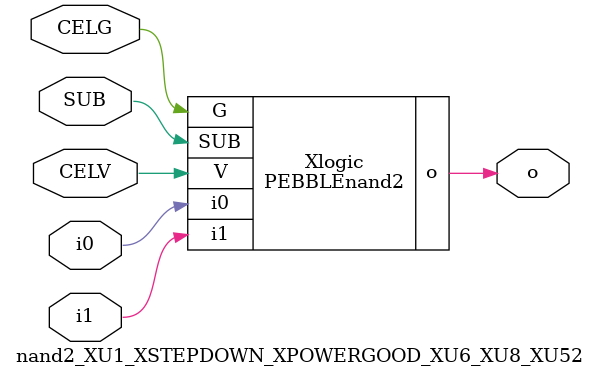
<source format=v>



module PEBBLEnand2 ( o, G, SUB, V, i0, i1 );

  input i0;
  input V;
  input i1;
  input G;
  output o;
  input SUB;
endmodule

//Celera Confidential Do Not Copy nand2_XU1_XSTEPDOWN_XPOWERGOOD_XU6_XU8_XU52
//Celera Confidential Symbol Generator
//5V NAND2
module nand2_XU1_XSTEPDOWN_XPOWERGOOD_XU6_XU8_XU52 (CELV,CELG,i0,i1,o,SUB);
input CELV;
input CELG;
input i0;
input i1;
input SUB;
output o;

//Celera Confidential Do Not Copy nand2
PEBBLEnand2 Xlogic(
.V (CELV),
.i0 (i0),
.i1 (i1),
.o (o),
.SUB (SUB),
.G (CELG)
);
//,diesize,PEBBLEnand2

//Celera Confidential Do Not Copy Module End
//Celera Schematic Generator
endmodule

</source>
